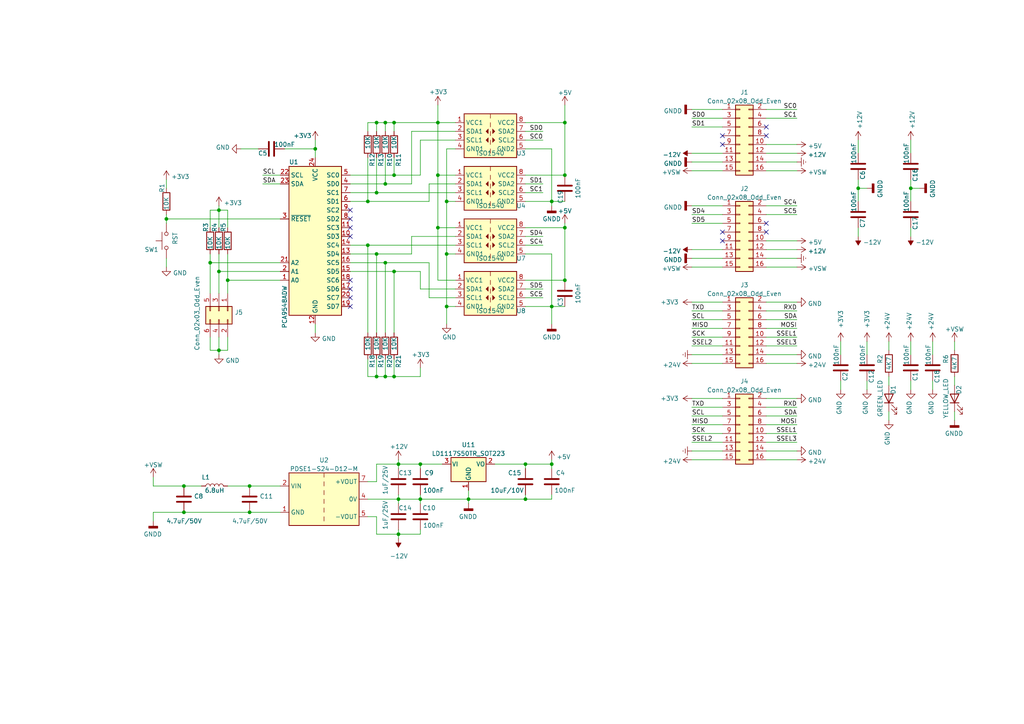
<source format=kicad_sch>
(kicad_sch (version 20211123) (generator eeschema)
  (paper "A4")
  (title_block (title "avert") (date "2023-04-06") (rev "1.0") (company "www.iotvertebrae.com") (comment 1 "Mechanical design: Xavier Pi") (comment 2 "Circuit & PCB design: Jordi Binefa"))
  (lib_symbols
    (symbol "Connector_Generic:Conn_02x03_Odd_Even" (pin_names (offset 1.016) hide)
      (property "Reference" "J" (at 1.27 5.08 0))
      (property "Value" "Conn_02x03_Odd_Even" (at 1.27 -5.08 0))
      (symbol "Conn_02x03_Odd_Even_1_1"
        (pin passive line (at -5.08 2.54 0) (length 3.81) (name "Pin_1") (number "1"))
        (pin passive line (at 7.62 2.54 180) (length 3.81) (name "Pin_2") (number "2"))
        (pin passive line (at -5.08 0 0) (length 3.81) (name "Pin_3") (number "3"))
        (pin passive line (at 7.62 0 180) (length 3.81) (name "Pin_4") (number "4"))
        (pin passive line (at -5.08 -2.54 0) (length 3.81) (name "Pin_5") (number "5"))
        (pin passive line (at 7.62 -2.54 180) (length 3.81) (name "Pin_6") (number "6"))
      )
    )
    (symbol "Connector_Generic:Conn_02x08_Odd_Even" (pin_names (offset 1.016) hide)
      (property "Reference" "J" (at 1.27 10.16 0))
      (property "Value" "Conn_02x08_Odd_Even" (at 1.27 -12.7 0))
      (symbol "Conn_02x08_Odd_Even_1_1"
        (pin passive line (at -5.08 7.62 0) (length 3.81) (name "Pin_1") (number "1"))
        (pin passive line (at 7.62 -2.54 180) (length 3.81) (name "Pin_10") (number "10"))
        (pin passive line (at -5.08 -5.08 0) (length 3.81) (name "Pin_11") (number "11"))
        (pin passive line (at 7.62 -5.08 180) (length 3.81) (name "Pin_12") (number "12"))
        (pin passive line (at -5.08 -7.62 0) (length 3.81) (name "Pin_13") (number "13"))
        (pin passive line (at 7.62 -7.62 180) (length 3.81) (name "Pin_14") (number "14"))
        (pin passive line (at -5.08 -10.16 0) (length 3.81) (name "Pin_15") (number "15"))
        (pin passive line (at 7.62 -10.16 180) (length 3.81) (name "Pin_16") (number "16"))
        (pin passive line (at 7.62 7.62 180) (length 3.81) (name "Pin_2") (number "2"))
        (pin passive line (at -5.08 5.08 0) (length 3.81) (name "Pin_3") (number "3"))
        (pin passive line (at 7.62 5.08 180) (length 3.81) (name "Pin_4") (number "4"))
        (pin passive line (at -5.08 2.54 0) (length 3.81) (name "Pin_5") (number "5"))
        (pin passive line (at 7.62 2.54 180) (length 3.81) (name "Pin_6") (number "6"))
        (pin passive line (at -5.08 0 0) (length 3.81) (name "Pin_7") (number "7"))
        (pin passive line (at 7.62 0 180) (length 3.81) (name "Pin_8") (number "8"))
        (pin passive line (at -5.08 -2.54 0) (length 3.81) (name "Pin_9") (number "9"))
      )
    )
    (symbol "Device:C" (pin_numbers hide) (pin_names (offset 0.254))
      (property "Reference" "C" (at 0.635 2.54 0))
      (property "Value" "C" (at 0.635 -2.54 0))
      (symbol "C_1_1"
        (pin passive line (at 0 3.81 270) (length 2.794) (name "~") (number "1"))
        (pin passive line (at 0 -3.81 90) (length 2.794) (name "~") (number "2"))
      )
    )
    (symbol "Device:L" (pin_numbers hide) (pin_names (offset 1.016) hide)
      (property "Reference" "L" (at -1.27 0 90))
      (property "Value" "L" (at 1.905 0 90))
      (symbol "L_1_1"
        (pin passive line (at 0 3.81 270) (length 1.27) (name "1") (number "1"))
        (pin passive line (at 0 -3.81 90) (length 1.27) (name "2") (number "2"))
      )
    )
    (symbol "Device:LED" (pin_numbers hide) (pin_names (offset 1.016) hide)
      (property "Reference" "D" (at 0 2.54 0))
      (property "Value" "LED" (at 0 -2.54 0))
      (symbol "LED_1_1"
        (pin passive line (at -3.81 0 0) (length 2.54) (name "K") (number "1"))
        (pin passive line (at 3.81 0 180) (length 2.54) (name "A") (number "2"))
      )
    )
    (symbol "Device:R" (pin_numbers hide) (pin_names (offset 0))
      (property "Reference" "R" (at 2.032 0 90))
      (property "Value" "R" (at 0 0 90))
      (symbol "R_1_1"
        (pin passive line (at 0 3.81 270) (length 1.27) (name "~") (number "1"))
        (pin passive line (at 0 -3.81 90) (length 1.27) (name "~") (number "2"))
      )
    )
    (symbol "Interface_Expansion:PCA9548ADW"
      (property "Reference" "U" (at -7.62 21.59 0))
      (property "Value" "PCA9548ADW" (at 1.016 21.59 0))
      (symbol "PCA9548ADW_1_1"
        (pin input line (at -10.16 -12.7 0) (length 2.54) (name "A0") (number "1"))
        (pin bidirectional line (at 10.16 0 180) (length 2.54) (name "SD3") (number "10"))
        (pin output line (at 10.16 2.54 180) (length 2.54) (name "SC3") (number "11"))
        (pin power_in line (at 0 -25.4 90) (length 2.54) (name "GND") (number "12"))
        (pin bidirectional line (at 10.16 -5.08 180) (length 2.54) (name "SD4") (number "13"))
        (pin output line (at 10.16 -2.54 180) (length 2.54) (name "SC4") (number "14"))
        (pin bidirectional line (at 10.16 -10.16 180) (length 2.54) (name "SD5") (number "15"))
        (pin output line (at 10.16 -7.62 180) (length 2.54) (name "SC5") (number "16"))
        (pin bidirectional line (at 10.16 -15.24 180) (length 2.54) (name "SD6") (number "17"))
        (pin output line (at 10.16 -12.7 180) (length 2.54) (name "SC6") (number "18"))
        (pin bidirectional line (at 10.16 -20.32 180) (length 2.54) (name "SD7") (number "19"))
        (pin input line (at -10.16 -10.16 0) (length 2.54) (name "A1") (number "2"))
        (pin output line (at 10.16 -17.78 180) (length 2.54) (name "SC7") (number "20"))
        (pin input line (at -10.16 -7.62 0) (length 2.54) (name "A2") (number "21"))
        (pin input line (at -10.16 17.78 0) (length 2.54) (name "SCL") (number "22"))
        (pin bidirectional line (at -10.16 15.24 0) (length 2.54) (name "SDA") (number "23"))
        (pin power_in line (at 0 22.86 270) (length 2.54) (name "VCC") (number "24"))
        (pin input line (at -10.16 5.08 0) (length 2.54) (name "~{RESET}") (number "3"))
        (pin bidirectional line (at 10.16 15.24 180) (length 2.54) (name "SD0") (number "4"))
        (pin output line (at 10.16 17.78 180) (length 2.54) (name "SC0") (number "5"))
        (pin bidirectional line (at 10.16 10.16 180) (length 2.54) (name "SD1") (number "6"))
        (pin output line (at 10.16 12.7 180) (length 2.54) (name "SC1") (number "7"))
        (pin bidirectional line (at 10.16 5.08 180) (length 2.54) (name "SD2") (number "8"))
        (pin output line (at 10.16 7.62 180) (length 2.54) (name "SC2") (number "9"))
      )
    )
    (symbol "Isolator:ISO1540"
      (property "Reference" "U" (at -6.35 6.35 0))
      (property "Value" "ISO1540" (at 3.81 6.35 0))
      (symbol "ISO1540_1_1"
        (pin power_in line (at -10.16 2.54 0) (length 2.54) (name "VCC1") (number "1"))
        (pin bidirectional line (at -10.16 0 0) (length 2.54) (name "SDA1") (number "2"))
        (pin bidirectional line (at -10.16 -2.54 0) (length 2.54) (name "SCL1") (number "3"))
        (pin power_in line (at -10.16 -5.08 0) (length 2.54) (name "GND1") (number "4"))
        (pin power_in line (at 10.16 -5.08 180) (length 2.54) (name "GND2") (number "5"))
        (pin bidirectional line (at 10.16 -2.54 180) (length 2.54) (name "SCL2") (number "6"))
        (pin bidirectional line (at 10.16 0 180) (length 2.54) (name "SDA2") (number "7"))
        (pin power_in line (at 10.16 2.54 180) (length 2.54) (name "VCC2") (number "8"))
      )
    )
    (symbol "PDSE1-S24-D12-M_1"
      (property "Reference" "U" (at 0 11.43 0))
      (property "Value" "PDSE1-S24-D12-M_1" (at 0 8.89 0))
      (symbol "PDSE1-S24-D12-M_1_1_1"
        (pin power_in line (at -12.7 -3.81 0) (length 2.54) (name "GND") (number "1"))
        (pin no_connect line (at 10.16 2.54 180) (length 2.54) hide (name "NC") (number "10"))
        (pin power_in line (at -12.7 3.81 0) (length 2.54) (name "VIN") (number "2"))
        (pin power_out line (at 12.7 0 180) (length 2.54) (name "0V") (number "4"))
        (pin power_out line (at 12.7 -5.08 180) (length 2.54) (name "-VOUT") (number "5"))
        (pin power_out line (at 12.7 5.08 180) (length 2.54) (name "+VOUT") (number "7"))
      )
    )
    (symbol "Regulator_Linear:LD1117S50TR_SOT223" (pin_names (offset 0.254))
      (property "Reference" "U" (at -3.81 3.175 0))
      (property "Value" "LD1117S50TR_SOT223" (at 0 3.175 0))
      (symbol "LD1117S50TR_SOT223_1_1"
        (pin power_in line (at 0 -7.62 90) (length 2.54) (name "GND") (number "1"))
        (pin power_out line (at 7.62 0 180) (length 2.54) (name "VO") (number "2"))
        (pin power_in line (at -7.62 0 0) (length 2.54) (name "VI") (number "3"))
      )
    )
    (symbol "Switch:SW_Push" (pin_numbers hide) (pin_names (offset 1.016) hide)
      (property "Reference" "SW" (at 1.27 2.54 0))
      (property "Value" "SW_Push" (at 0 -1.524 0))
      (symbol "SW_Push_0_1"
        (pin passive line (at -5.08 0 0) (length 2.54) (name "1") (number "1"))
        (pin passive line (at 5.08 0 180) (length 2.54) (name "2") (number "2"))
      )
    )
    (symbol "power:+12V" (power) (pin_names (offset 0))
      (property "Value" "+12V" (at 0 3.556 0))
      (symbol "+12V_1_1"
        (pin power_in line (at 0 0 90) (length 0) hide (name "+12V") (number "1"))
      )
    )
    (symbol "power:+24V" (power) (pin_names (offset 0))
      (property "Value" "+24V" (at 0 3.556 0))
      (symbol "+24V_1_1"
        (pin power_in line (at 0 0 90) (length 0) hide (name "+24V") (number "1"))
      )
    )
    (symbol "power:+3V3" (power) (pin_names (offset 0))
      (property "Value" "+3V3" (at 0 3.556 0))
      (symbol "+3V3_1_1"
        (pin power_in line (at 0 0 90) (length 0) hide (name "+3V3") (number "1"))
      )
    )
    (symbol "power:+5V" (power) (pin_names (offset 0))
      (property "Value" "+5V" (at 0 3.556 0))
      (symbol "+5V_1_1"
        (pin power_in line (at 0 0 90) (length 0) hide (name "+5V") (number "1"))
      )
    )
    (symbol "power:+VSW" (power) (pin_names (offset 0))
      (property "Value" "+VSW" (at 0 3.556 0))
      (symbol "+VSW_1_1"
        (pin power_in line (at 0 0 90) (length 0) hide (name "+VSW") (number "1"))
      )
    )
    (symbol "power:-12V" (power) (pin_names (offset 0))
      (property "Value" "-12V" (at 0 3.81 0))
      (symbol "-12V_0_0"
        (pin power_in line (at 0 0 90) (length 0) hide (name "-12V") (number "1"))
      )
    )
    (symbol "power:Earth" (power) (pin_names (offset 0))
      (symbol "Earth_1_1"
        (pin power_in line (at 0 0 270) (length 0) hide (name "Earth") (number "1"))
      )
    )
    (symbol "power:GND" (power) (pin_names (offset 0))
      (property "Value" "GND" (at 0 -3.81 0))
      (symbol "GND_1_1"
        (pin power_in line (at 0 0 270) (length 0) hide (name "GND") (number "1"))
      )
    )
    (symbol "power:GNDD" (power) (pin_names (offset 0))
      (property "Value" "GNDD" (at 0 -3.175 0))
      (symbol "GNDD_1_1"
        (pin power_in line (at 0 0 270) (length 0) hide (name "GNDD") (number "1"))
      )
    )
  )
  (junction (at 114.3 78.74))
  (junction (at 114.3 50.8))
  (junction (at 91.44 43.18))
  (junction (at 114.3 109.22))
  (junction (at 63.5 78.74))
  (junction (at 135.89 144.78))
  (junction (at 109.22 55.88))
  (junction (at 163.83 81.28))
  (junction (at 60.96 76.2))
  (junction (at 53.34 148.59))
  (junction (at 129.54 88.9))
  (junction (at 129.54 58.42))
  (junction (at 106.68 58.42))
  (junction (at 114.3 35.56))
  (junction (at 127 35.56))
  (junction (at 121.92 144.78))
  (junction (at 111.76 35.56))
  (junction (at 121.92 134.62))
  (junction (at 163.83 66.04))
  (junction (at 115.57 144.78))
  (junction (at 115.57 154.94))
  (junction (at 72.39 140.97))
  (junction (at 48.26 63.5))
  (junction (at 109.22 35.56))
  (junction (at 106.68 71.12))
  (junction (at 248.92 54.61))
  (junction (at 264.16 54.61))
  (junction (at 63.5 101.6))
  (junction (at 160.02 134.62))
  (junction (at 66.04 81.28))
  (junction (at 160.02 58.42))
  (junction (at 163.83 50.8))
  (junction (at 111.76 76.2))
  (junction (at 109.22 109.22))
  (junction (at 163.83 35.56))
  (junction (at 127 50.8))
  (junction (at 152.4 134.62))
  (junction (at 111.76 109.22))
  (junction (at 109.22 73.66))
  (junction (at 111.76 53.34))
  (junction (at 53.34 140.97))
  (junction (at 129.54 73.66))
  (junction (at 127 66.04))
  (junction (at 115.57 134.62))
  (junction (at 72.39 148.59))
  (junction (at 63.5 60.96))
  (junction (at 160.02 88.9))
  (junction (at 152.4 144.78))
  (no_connect (at 209.55 69.85))
  (no_connect (at 222.25 64.77))
  (no_connect (at 222.25 67.31))
  (no_connect (at 209.55 67.31))
  (no_connect (at 209.55 41.91))
  (no_connect (at 222.25 36.83))
  (no_connect (at 222.25 39.37))
  (no_connect (at 209.55 39.37))
  (no_connect (at 101.6 83.82))
  (no_connect (at 101.6 81.28))
  (no_connect (at 101.6 88.9))
  (no_connect (at 101.6 86.36))
  (no_connect (at 101.6 63.5))
  (no_connect (at 101.6 60.96))
  (no_connect (at 101.6 66.04))
  (no_connect (at 101.6 68.58))
  (wire (pts (xy 127 35.56) (xy 127 50.8)))
  (wire (pts (xy 222.25 77.47) (xy 231.14 77.47)))
  (wire (pts (xy 109.22 55.88) (xy 132.08 55.88)))
  (wire (pts (xy 109.22 109.22) (xy 106.68 109.22)))
  (wire (pts (xy 115.57 154.94) (xy 121.92 154.94)))
  (wire (pts (xy 222.25 133.35) (xy 231.14 133.35)))
  (wire (pts (xy 114.3 109.22) (xy 111.76 109.22)))
  (wire (pts (xy 121.92 144.78) (xy 135.89 144.78)))
  (wire (pts (xy 152.4 71.12) (xy 157.48 71.12)))
  (wire (pts (xy 63.5 59.69) (xy 63.5 60.96)))
  (wire (pts (xy 200.66 95.25) (xy 209.55 95.25)))
  (wire (pts (xy 129.54 88.9) (xy 129.54 73.66)))
  (wire (pts (xy 248.92 54.61) (xy 248.92 58.42)))
  (wire (pts (xy 222.25 62.23) (xy 231.14 62.23)))
  (wire (pts (xy 106.68 109.22) (xy 106.68 104.14)))
  (wire (pts (xy 101.6 71.12) (xy 106.68 71.12)))
  (wire (pts (xy 160.02 43.18) (xy 160.02 58.42)))
  (wire (pts (xy 114.3 78.74) (xy 121.92 78.74)))
  (wire (pts (xy 222.25 123.19) (xy 231.14 123.19)))
  (wire (pts (xy 160.02 88.9) (xy 160.02 93.98)))
  (wire (pts (xy 109.22 35.56) (xy 106.68 35.56)))
  (wire (pts (xy 114.3 35.56) (xy 111.76 35.56)))
  (wire (pts (xy 72.39 148.59) (xy 81.28 148.59)))
  (wire (pts (xy 114.3 50.8) (xy 101.6 50.8)))
  (wire (pts (xy 152.4 55.88) (xy 157.48 55.88)))
  (wire (pts (xy 66.04 60.96) (xy 63.5 60.96)))
  (wire (pts (xy 222.25 49.53) (xy 231.14 49.53)))
  (wire (pts (xy 222.25 120.65) (xy 231.14 120.65)))
  (wire (pts (xy 109.22 45.72) (xy 109.22 55.88)))
  (wire (pts (xy 124.46 86.36) (xy 132.08 86.36)))
  (wire (pts (xy 66.04 140.97) (xy 72.39 140.97)))
  (wire (pts (xy 111.76 53.34) (xy 119.38 53.34)))
  (wire (pts (xy 115.57 153.67) (xy 115.57 154.94)))
  (wire (pts (xy 60.96 73.66) (xy 60.96 76.2)))
  (wire (pts (xy 163.83 35.56) (xy 152.4 35.56)))
  (wire (pts (xy 132.08 35.56) (xy 127 35.56)))
  (wire (pts (xy 101.6 55.88) (xy 109.22 55.88)))
  (wire (pts (xy 200.66 36.83) (xy 209.55 36.83)))
  (wire (pts (xy 160.02 134.62) (xy 160.02 135.89)))
  (wire (pts (xy 251.46 99.06) (xy 251.46 102.87)))
  (wire (pts (xy 101.6 73.66) (xy 109.22 73.66)))
  (wire (pts (xy 200.66 105.41) (xy 209.55 105.41)))
  (wire (pts (xy 152.4 68.58) (xy 157.48 68.58)))
  (wire (pts (xy 222.25 72.39) (xy 231.14 72.39)))
  (wire (pts (xy 109.22 139.7) (xy 109.22 134.62)))
  (wire (pts (xy 200.66 64.77) (xy 209.55 64.77)))
  (wire (pts (xy 248.92 66.04) (xy 248.92 68.58)))
  (wire (pts (xy 264.16 52.07) (xy 264.16 54.61)))
  (wire (pts (xy 76.2 50.8) (xy 81.28 50.8)))
  (wire (pts (xy 121.92 106.68) (xy 121.92 109.22)))
  (wire (pts (xy 160.02 58.42) (xy 163.83 58.42)))
  (wire (pts (xy 91.44 43.18) (xy 91.44 45.72)))
  (wire (pts (xy 63.5 73.66) (xy 63.5 78.74)))
  (wire (pts (xy 124.46 53.34) (xy 132.08 53.34)))
  (wire (pts (xy 264.16 99.06) (xy 264.16 102.87)))
  (wire (pts (xy 152.4 88.9) (xy 160.02 88.9)))
  (wire (pts (xy 222.25 46.99) (xy 231.14 46.99)))
  (wire (pts (xy 109.22 73.66) (xy 109.22 96.52)))
  (wire (pts (xy 222.25 90.17) (xy 231.14 90.17)))
  (wire (pts (xy 63.5 97.79) (xy 63.5 101.6)))
  (wire (pts (xy 129.54 88.9) (xy 129.54 93.98)))
  (wire (pts (xy 101.6 76.2) (xy 111.76 76.2)))
  (wire (pts (xy 222.25 97.79) (xy 231.14 97.79)))
  (wire (pts (xy 129.54 58.42) (xy 129.54 43.18)))
  (wire (pts (xy 111.76 45.72) (xy 111.76 53.34)))
  (wire (pts (xy 152.4 73.66) (xy 160.02 73.66)))
  (wire (pts (xy 115.57 143.51) (xy 115.57 144.78)))
  (wire (pts (xy 143.51 134.62) (xy 152.4 134.62)))
  (wire (pts (xy 257.81 109.22) (xy 257.81 111.76)))
  (wire (pts (xy 60.96 60.96) (xy 63.5 60.96)))
  (wire (pts (xy 114.3 45.72) (xy 114.3 50.8)))
  (wire (pts (xy 60.96 97.79) (xy 60.96 101.6)))
  (wire (pts (xy 127 50.8) (xy 127 66.04)))
  (wire (pts (xy 101.6 53.34) (xy 111.76 53.34)))
  (wire (pts (xy 109.22 154.94) (xy 109.22 149.86)))
  (wire (pts (xy 276.86 109.22) (xy 276.86 111.76)))
  (wire (pts (xy 106.68 35.56) (xy 106.68 38.1)))
  (wire (pts (xy 53.34 140.97) (xy 58.42 140.97)))
  (wire (pts (xy 222.25 102.87) (xy 231.14 102.87)))
  (wire (pts (xy 109.22 35.56) (xy 109.22 38.1)))
  (wire (pts (xy 53.34 148.59) (xy 72.39 148.59)))
  (wire (pts (xy 127 66.04) (xy 127 81.28)))
  (wire (pts (xy 222.25 34.29) (xy 231.14 34.29)))
  (wire (pts (xy 76.2 53.34) (xy 81.28 53.34)))
  (wire (pts (xy 152.4 58.42) (xy 160.02 58.42)))
  (wire (pts (xy 115.57 134.62) (xy 121.92 134.62)))
  (wire (pts (xy 135.89 144.78) (xy 135.89 146.05)))
  (wire (pts (xy 163.83 35.56) (xy 163.83 50.8)))
  (wire (pts (xy 200.66 77.47) (xy 209.55 77.47)))
  (wire (pts (xy 152.4 83.82) (xy 157.48 83.82)))
  (wire (pts (xy 222.25 92.71) (xy 231.14 92.71)))
  (wire (pts (xy 48.26 63.5) (xy 81.28 63.5)))
  (wire (pts (xy 251.46 110.49) (xy 251.46 113.03)))
  (wire (pts (xy 60.96 66.04) (xy 60.96 60.96)))
  (wire (pts (xy 200.66 92.71) (xy 209.55 92.71)))
  (wire (pts (xy 163.83 64.77) (xy 163.83 66.04)))
  (wire (pts (xy 111.76 109.22) (xy 109.22 109.22)))
  (wire (pts (xy 222.25 95.25) (xy 231.14 95.25)))
  (wire (pts (xy 48.26 52.07) (xy 48.26 54.61)))
  (wire (pts (xy 111.76 35.56) (xy 111.76 38.1)))
  (wire (pts (xy 200.66 87.63) (xy 209.55 87.63)))
  (wire (pts (xy 264.16 54.61) (xy 266.7 54.61)))
  (wire (pts (xy 111.76 104.14) (xy 111.76 109.22)))
  (wire (pts (xy 121.92 50.8) (xy 114.3 50.8)))
  (wire (pts (xy 115.57 144.78) (xy 115.57 146.05)))
  (wire (pts (xy 44.45 148.59) (xy 44.45 151.13)))
  (wire (pts (xy 121.92 154.94) (xy 121.92 153.67)))
  (wire (pts (xy 264.16 40.64) (xy 264.16 44.45)))
  (wire (pts (xy 74.93 43.18) (xy 69.85 43.18)))
  (wire (pts (xy 152.4 38.1) (xy 157.48 38.1)))
  (wire (pts (xy 114.3 35.56) (xy 114.3 38.1)))
  (wire (pts (xy 135.89 142.24) (xy 135.89 144.78)))
  (wire (pts (xy 160.02 88.9) (xy 163.83 88.9)))
  (wire (pts (xy 222.25 74.93) (xy 231.14 74.93)))
  (wire (pts (xy 270.51 99.06) (xy 270.51 102.87)))
  (wire (pts (xy 48.26 63.5) (xy 48.26 64.77)))
  (wire (pts (xy 127 30.48) (xy 127 35.56)))
  (wire (pts (xy 91.44 93.98) (xy 91.44 96.52)))
  (wire (pts (xy 222.25 105.41) (xy 231.14 105.41)))
  (wire (pts (xy 106.68 58.42) (xy 124.46 58.42)))
  (wire (pts (xy 270.51 110.49) (xy 270.51 113.03)))
  (wire (pts (xy 109.22 104.14) (xy 109.22 109.22)))
  (wire (pts (xy 222.25 31.75) (xy 231.14 31.75)))
  (wire (pts (xy 63.5 60.96) (xy 63.5 66.04)))
  (wire (pts (xy 66.04 73.66) (xy 66.04 81.28)))
  (wire (pts (xy 200.66 46.99) (xy 209.55 46.99)))
  (wire (pts (xy 200.66 72.39) (xy 209.55 72.39)))
  (wire (pts (xy 222.25 128.27) (xy 231.14 128.27)))
  (wire (pts (xy 264.16 66.04) (xy 264.16 68.58)))
  (wire (pts (xy 152.4 134.62) (xy 152.4 135.89)))
  (wire (pts (xy 257.81 119.38) (xy 257.81 121.92)))
  (wire (pts (xy 222.25 125.73) (xy 231.14 125.73)))
  (wire (pts (xy 200.66 31.75) (xy 209.55 31.75)))
  (wire (pts (xy 152.4 86.36) (xy 157.48 86.36)))
  (wire (pts (xy 160.02 143.51) (xy 160.02 144.78)))
  (wire (pts (xy 152.4 40.64) (xy 157.48 40.64)))
  (wire (pts (xy 276.86 99.06) (xy 276.86 101.6)))
  (wire (pts (xy 124.46 58.42) (xy 124.46 53.34)))
  (wire (pts (xy 119.38 68.58) (xy 119.38 73.66)))
  (wire (pts (xy 114.3 109.22) (xy 121.92 109.22)))
  (wire (pts (xy 115.57 154.94) (xy 115.57 156.21)))
  (wire (pts (xy 115.57 134.62) (xy 115.57 135.89)))
  (wire (pts (xy 121.92 134.62) (xy 121.92 135.89)))
  (wire (pts (xy 222.25 87.63) (xy 231.14 87.63)))
  (wire (pts (xy 248.92 52.07) (xy 248.92 54.61)))
  (wire (pts (xy 200.66 90.17) (xy 209.55 90.17)))
  (wire (pts (xy 257.81 99.06) (xy 257.81 101.6)))
  (wire (pts (xy 129.54 58.42) (xy 132.08 58.42)))
  (wire (pts (xy 48.26 74.93) (xy 48.26 77.47)))
  (wire (pts (xy 66.04 97.79) (xy 66.04 101.6)))
  (wire (pts (xy 129.54 73.66) (xy 132.08 73.66)))
  (wire (pts (xy 200.66 100.33) (xy 209.55 100.33)))
  (wire (pts (xy 200.66 44.45) (xy 209.55 44.45)))
  (wire (pts (xy 119.38 68.58) (xy 132.08 68.58)))
  (wire (pts (xy 152.4 43.18) (xy 160.02 43.18)))
  (wire (pts (xy 160.02 133.35) (xy 160.02 134.62)))
  (wire (pts (xy 109.22 73.66) (xy 119.38 73.66)))
  (wire (pts (xy 60.96 76.2) (xy 60.96 85.09)))
  (wire (pts (xy 200.66 123.19) (xy 209.55 123.19)))
  (wire (pts (xy 114.3 78.74) (xy 114.3 96.52)))
  (wire (pts (xy 200.66 62.23) (xy 209.55 62.23)))
  (wire (pts (xy 160.02 73.66) (xy 160.02 88.9)))
  (wire (pts (xy 127 35.56) (xy 114.3 35.56)))
  (wire (pts (xy 72.39 140.97) (xy 81.28 140.97)))
  (wire (pts (xy 200.66 49.53) (xy 209.55 49.53)))
  (wire (pts (xy 63.5 78.74) (xy 63.5 85.09)))
  (wire (pts (xy 66.04 101.6) (xy 63.5 101.6)))
  (wire (pts (xy 129.54 43.18) (xy 132.08 43.18)))
  (wire (pts (xy 200.66 120.65) (xy 209.55 120.65)))
  (wire (pts (xy 200.66 133.35) (xy 209.55 133.35)))
  (wire (pts (xy 152.4 143.51) (xy 152.4 144.78)))
  (wire (pts (xy 91.44 40.64) (xy 91.44 43.18)))
  (wire (pts (xy 124.46 76.2) (xy 124.46 86.36)))
  (wire (pts (xy 200.66 115.57) (xy 209.55 115.57)))
  (wire (pts (xy 106.68 71.12) (xy 132.08 71.12)))
  (wire (pts (xy 121.92 144.78) (xy 121.92 146.05)))
  (wire (pts (xy 200.66 130.81) (xy 209.55 130.81)))
  (wire (pts (xy 44.45 148.59) (xy 53.34 148.59)))
  (wire (pts (xy 264.16 110.49) (xy 264.16 113.03)))
  (wire (pts (xy 60.96 101.6) (xy 63.5 101.6)))
  (wire (pts (xy 127 66.04) (xy 132.08 66.04)))
  (wire (pts (xy 106.68 71.12) (xy 106.68 96.52)))
  (wire (pts (xy 109.22 134.62) (xy 115.57 134.62)))
  (wire (pts (xy 152.4 66.04) (xy 163.83 66.04)))
  (wire (pts (xy 222.25 115.57) (xy 231.14 115.57)))
  (wire (pts (xy 63.5 78.74) (xy 81.28 78.74)))
  (wire (pts (xy 60.96 76.2) (xy 81.28 76.2)))
  (wire (pts (xy 121.92 40.64) (xy 132.08 40.64)))
  (wire (pts (xy 111.76 76.2) (xy 124.46 76.2)))
  (wire (pts (xy 200.66 97.79) (xy 209.55 97.79)))
  (wire (pts (xy 163.83 66.04) (xy 163.83 81.28)))
  (wire (pts (xy 121.92 134.62) (xy 128.27 134.62)))
  (wire (pts (xy 200.66 74.93) (xy 209.55 74.93)))
  (wire (pts (xy 200.66 118.11) (xy 209.55 118.11)))
  (wire (pts (xy 160.02 58.42) (xy 160.02 59.69)))
  (wire (pts (xy 66.04 81.28) (xy 81.28 81.28)))
  (wire (pts (xy 222.25 130.81) (xy 231.14 130.81)))
  (wire (pts (xy 222.25 59.69) (xy 231.14 59.69)))
  (wire (pts (xy 121.92 83.82) (xy 132.08 83.82)))
  (wire (pts (xy 163.83 30.48) (xy 163.83 35.56)))
  (wire (pts (xy 106.68 144.78) (xy 115.57 144.78)))
  (wire (pts (xy 109.22 149.86) (xy 106.68 149.86)))
  (wire (pts (xy 121.92 78.74) (xy 121.92 83.82)))
  (wire (pts (xy 115.57 133.35) (xy 115.57 134.62)))
  (wire (pts (xy 152.4 50.8) (xy 163.83 50.8)))
  (wire (pts (xy 82.55 43.18) (xy 91.44 43.18)))
  (wire (pts (xy 222.25 118.11) (xy 231.14 118.11)))
  (wire (pts (xy 127 50.8) (xy 132.08 50.8)))
  (wire (pts (xy 222.25 44.45) (xy 231.14 44.45)))
  (wire (pts (xy 121.92 143.51) (xy 121.92 144.78)))
  (wire (pts (xy 200.66 125.73) (xy 209.55 125.73)))
  (wire (pts (xy 264.16 54.61) (xy 264.16 58.42)))
  (wire (pts (xy 129.54 73.66) (xy 129.54 58.42)))
  (wire (pts (xy 152.4 81.28) (xy 163.83 81.28)))
  (wire (pts (xy 121.92 40.64) (xy 121.92 50.8)))
  (wire (pts (xy 276.86 119.38) (xy 276.86 121.92)))
  (wire (pts (xy 115.57 144.78) (xy 121.92 144.78)))
  (wire (pts (xy 222.25 100.33) (xy 231.14 100.33)))
  (wire (pts (xy 101.6 58.42) (xy 106.68 58.42)))
  (wire (pts (xy 66.04 81.28) (xy 66.04 85.09)))
  (wire (pts (xy 115.57 154.94) (xy 109.22 154.94)))
  (wire (pts (xy 152.4 53.34) (xy 157.48 53.34)))
  (wire (pts (xy 119.38 53.34) (xy 119.38 38.1)))
  (wire (pts (xy 222.25 41.91) (xy 231.14 41.91)))
  (wire (pts (xy 222.25 69.85) (xy 231.14 69.85)))
  (wire (pts (xy 135.89 144.78) (xy 152.4 144.78)))
  (wire (pts (xy 200.66 102.87) (xy 209.55 102.87)))
  (wire (pts (xy 248.92 40.64) (xy 248.92 44.45)))
  (wire (pts (xy 152.4 134.62) (xy 160.02 134.62)))
  (wire (pts (xy 106.68 139.7) (xy 109.22 139.7)))
  (wire (pts (xy 48.26 62.23) (xy 48.26 63.5)))
  (wire (pts (xy 111.76 76.2) (xy 111.76 96.52)))
  (wire (pts (xy 44.45 140.97) (xy 44.45 138.43)))
  (wire (pts (xy 132.08 88.9) (xy 129.54 88.9)))
  (wire (pts (xy 111.76 35.56) (xy 109.22 35.56)))
  (wire (pts (xy 200.66 34.29) (xy 209.55 34.29)))
  (wire (pts (xy 200.66 128.27) (xy 209.55 128.27)))
  (wire (pts (xy 243.84 110.49) (xy 243.84 113.03)))
  (wire (pts (xy 114.3 104.14) (xy 114.3 109.22)))
  (wire (pts (xy 248.92 54.61) (xy 251.46 54.61)))
  (wire (pts (xy 152.4 144.78) (xy 160.02 144.78)))
  (wire (pts (xy 101.6 78.74) (xy 114.3 78.74)))
  (wire (pts (xy 44.45 140.97) (xy 53.34 140.97)))
  (wire (pts (xy 66.04 66.04) (xy 66.04 60.96)))
  (wire (pts (xy 243.84 99.06) (xy 243.84 102.87)))
  (wire (pts (xy 119.38 38.1) (xy 132.08 38.1)))
  (wire (pts (xy 127 81.28) (xy 132.08 81.28)))
  (wire (pts (xy 200.66 59.69) (xy 209.55 59.69)))
  (wire (pts (xy 63.5 101.6) (xy 63.5 102.87)))
  (wire (pts (xy 106.68 45.72) (xy 106.68 58.42)))
  (label "SD0" (at 157.48 38.1 180))
  (label "SC4" (at 157.48 71.12 180))
  (label "SCL" (at 200.66 92.71 0))
  (label "SDA" (at 231.14 120.65 180))
  (label "SSEL3" (at 231.14 100.33 180))
  (label "SD1" (at 200.66 36.83 0))
  (label "RXD" (at 231.14 118.11 180))
  (label "SD5" (at 157.48 83.82 180))
  (label "SSEL3" (at 231.14 128.27 180))
  (label "SC0" (at 231.14 31.75 180))
  (label "SSEL1" (at 231.14 97.79 180))
  (label "SSEL2" (at 200.66 100.33 0))
  (label "SCL" (at 76.2 50.8 0))
  (label "SD4" (at 157.48 68.58 180))
  (label "SCK" (at 200.66 125.73 0))
  (label "SC1" (at 231.14 34.29 180))
  (label "SC5" (at 231.14 62.23 180))
  (label "MISO" (at 200.66 123.19 0))
  (label "SD0" (at 200.66 34.29 0))
  (label "SD4" (at 200.66 62.23 0))
  (label "SSEL2" (at 200.66 128.27 0))
  (label "SC1" (at 157.48 55.88 180))
  (label "SDA" (at 231.14 92.71 180))
  (label "TXD" (at 200.66 118.11 0))
  (label "SCL" (at 200.66 120.65 0))
  (label "MOSI" (at 231.14 95.25 180))
  (label "TXD" (at 200.66 90.17 0))
  (label "SD5" (at 200.66 64.77 0))
  (label "RXD" (at 231.14 90.17 180))
  (label "SC5" (at 157.48 86.36 180))
  (label "MISO" (at 200.66 95.25 0))
  (label "SD1" (at 157.48 53.34 180))
  (label "SCK" (at 200.66 97.79 0))
  (label "SDA" (at 76.2 53.34 0))
  (label "SC0" (at 157.48 40.64 180))
  (label "MOSI" (at 231.14 123.19 180))
  (label "SC4" (at 231.14 59.69 180))
  (label "SSEL1" (at 231.14 125.73 180))
  (symbol (lib_id "Device:R") (at 109.22 100.33 180) (unit 1)
    (property "Reference" "R19" (at 110.49 102.87 90) (effects (justify left)))
    (property "Value" "10K" (at 109.22 97.79 90) (effects (justify left)))
    (property "Footprint" "Resistor_SMD:R_0805_2012Metric_Pad1.20x1.40mm_HandSolder" (effects hide))
  )
  (symbol (lib_id "Device:R") (at 106.68 100.33 180) (unit 1)
    (property "Reference" "R18" (at 107.95 102.87 90) (effects (justify left)))
    (property "Value" "10K" (at 106.68 97.79 90) (effects (justify left)))
    (property "Footprint" "Resistor_SMD:R_0805_2012Metric_Pad1.20x1.40mm_HandSolder" (effects hide))
  )
  (symbol (lib_id "Device:LED") (at 276.86 115.57 90) (unit 1)
    (property "Reference" "D2" (at 278.13 113.03 0))
    (property "Value" "YELLOW_LED" (at 274.32 115.57 0))
    (property "Footprint" "LED_SMD:LED_1206_3216Metric_Pad1.42x1.75mm_HandSolder" (effects hide))
  )
  (symbol (lib_id "power:+5V") (at 160.02 133.35 0) (unit 1)
    (property "Reference" "#PWR0161" (effects hide))
    (property "Value" "+5V" (at 161.417 132.5138 0) (effects (justify left)))
  )
  (symbol (lib_id "power:GNDD") (at 200.66 31.75 270) (unit 1)
    (property "Reference" "#PWR0133" (effects hide))
    (property "Value" "GNDD" (at 197.8661 32.1838 90) (effects (justify right)))
  )
  (symbol (lib_id "power:+24V") (at 200.66 105.41 90) (unit 1)
    (property "Reference" "#PWR0156" (effects hide))
    (property "Value" "+24V" (at 197.485 105.8438 90) (effects (justify left)))
  )
  (symbol (lib_id "Device:R") (at 276.86 105.41 0) (unit 1)
    (property "Reference" "R6" (at 274.32 104.14 90))
    (property "Value" "4K7" (at 276.86 105.41 90))
    (property "Footprint" "Resistor_SMD:R_0805_2012Metric_Pad1.20x1.40mm_HandSolder" (effects hide))
  )
  (symbol (lib_id "power:+VSW") (at 200.66 49.53 90) (unit 1)
    (property "Reference" "#PWR0132" (effects hide))
    (property "Value" "+VSW" (at 197.4851 49.9638 90) (effects (justify left)))
  )
  (symbol (lib_id "power:+VSW") (at 231.14 49.53 270) (unit 1)
    (property "Reference" "#PWR0144" (effects hide))
    (property "Value" "+VSW" (at 234.315 49.9638 90) (effects (justify left)))
  )
  (symbol (lib_id "Device:C") (at 78.74 43.18 270) (unit 1)
    (property "Reference" "C5" (at 76.2 44.45 90))
    (property "Value" "100nF" (at 82.55 41.91 90))
    (property "Footprint" "Capacitor_SMD:C_0805_2012Metric_Pad1.18x1.45mm_HandSolder" (effects hide))
  )
  (symbol (lib_id "power:GNDD") (at 200.66 46.99 270) (unit 1)
    (property "Reference" "#PWR0139" (effects hide))
    (property "Value" "GNDD" (at 197.8661 47.4238 90) (effects (justify right)))
  )
  (symbol (lib_id "power:GND") (at 257.81 121.92 0) (unit 1)
    (property "Reference" "#PWR0118" (effects hide))
    (property "Value" "GND" (at 257.3762 125.095 90) (effects (justify right)))
  )
  (symbol (lib_id "power:+5V") (at 163.83 64.77 0) (unit 1)
    (property "Reference" "#PWR0109" (effects hide))
    (property "Value" "+5V" (at 163.83 61.1942 0))
  )
  (symbol (lib_id "power:GNDD") (at 266.7 54.61 90) (unit 1)
    (property "Reference" "#PWR07" (effects hide))
    (property "Value" "GNDD" (at 270.51 52.07 0) (effects (justify right)))
  )
  (symbol (lib_id "power:+5V") (at 231.14 69.85 270) (unit 1)
    (property "Reference" "#PWR0148" (effects hide))
    (property "Value" "+5V" (at 234.315 70.2838 90) (effects (justify left)))
  )
  (symbol (lib_id "Connector_Generic:Conn_02x08_Odd_Even") (at 214.63 123.19 0) (unit 1)
    (property "Reference" "J4" (at 215.9 110.6002 0))
    (property "Value" "Conn_02x08_Odd_Even" (at 215.9 113.1371 0))
    (property "Footprint" "Connector_PinHeader_2.54mm:PinHeader_2x08_P2.54mm_Vertical" (effects hide))
  )
  (symbol (lib_id "power:+12V") (at 264.16 40.64 0) (unit 1)
    (property "Reference" "#PWR05" (effects hide))
    (property "Value" "+12V" (at 264.5938 37.465 90) (effects (justify left)))
  )
  (symbol (lib_id "power:Earth") (at 200.66 102.87 270) (unit 1)
    (property "Reference" "#PWR0137" (effects hide))
    (property "Value" "Earth" (effects hide))
  )
  (symbol (lib_id "Device:C") (at 121.92 149.86 0) (unit 1)
    (property "Reference" "C10" (at 124.46 147.32 0))
    (property "Value" "100nF" (at 125.73 152.4 0))
    (property "Footprint" "Capacitor_SMD:C_0805_2012Metric_Pad1.18x1.45mm_HandSolder" (effects hide))
  )
  (symbol (lib_id "Device:R") (at 257.81 105.41 0) (unit 1)
    (property "Reference" "R2" (at 255.27 104.14 90))
    (property "Value" "4K7" (at 257.81 105.41 90))
    (property "Footprint" "Resistor_SMD:R_0805_2012Metric_Pad1.20x1.40mm_HandSolder" (effects hide))
  )
  (symbol (lib_name "PDSE1-S24-D12-M_1") (lib_id "ecat02_Library:PDSE1-S24-D12-M") (at 93.98 144.78 0) (unit 1)
    (property "Reference" "U2" (at 93.98 133.4602 0))
    (property "Value" "PDSE1-S24-D12-M" (at 93.98 135.9971 0))
    (property "Footprint" "Cui_Converter_DCDC:PDESE1-S24-D12-M" (effects hide))
    (property "Datasheet" "https://www.cui.com/product/resource/pdse1-m.pdf" (effects hide))
  )
  (symbol (lib_id "power:GND") (at 48.26 77.47 0) (unit 1)
    (property "Reference" "#PWR0102" (effects hide))
    (property "Value" "GND" (at 50.165 79.1738 0) (effects (justify left)))
  )
  (symbol (lib_id "power:GND") (at 231.14 130.81 90) (unit 1)
    (property "Reference" "#PWR0154" (effects hide))
    (property "Value" "GND" (at 234.315 131.2438 90) (effects (justify right)))
  )
  (symbol (lib_id "power:-12V") (at 248.92 68.58 180) (unit 1)
    (property "Reference" "#PWR0121" (effects hide))
    (property "Value" "-12V" (at 250.317 70.2838 0) (effects (justify right)))
  )
  (symbol (lib_id "power:GND") (at 231.14 102.87 90) (unit 1)
    (property "Reference" "#PWR0136" (effects hide))
    (property "Value" "GND" (at 234.315 103.3038 90) (effects (justify right)))
  )
  (symbol (lib_id "power:GND") (at 129.54 93.98 0) (unit 1)
    (property "Reference" "#PWR02" (effects hide))
    (property "Value" "GND" (at 128.27 97.79 0) (effects (justify left)))
  )
  (symbol (lib_id "Isolator:ISO1540") (at 142.24 53.34 0) (unit 1)
    (property "Reference" "U4" (at 151.13 59.69 0))
    (property "Value" "ISO1540" (at 142.24 59.69 0))
    (property "Footprint" "Package_SO:SOIC-8_3.9x4.9mm_P1.27mm" (effects hide))
    (property "Datasheet" "http://www.ti.com/lit/ds/symlink/iso1541.pdf" (effects hide))
  )
  (symbol (lib_id "power:GND") (at 69.85 43.18 270) (unit 1)
    (property "Reference" "#PWR0106" (effects hide))
    (property "Value" "GND" (at 66.675 42.7462 90) (effects (justify right)))
  )
  (symbol (lib_id "power:GND") (at 270.51 113.03 0) (unit 1)
    (property "Reference" "#PWR09" (effects hide))
    (property "Value" "GND" (at 270.0762 116.205 90) (effects (justify right)))
  )
  (symbol (lib_id "power:GNDD") (at 200.66 59.69 270) (unit 1)
    (property "Reference" "#PWR0138" (effects hide))
    (property "Value" "GNDD" (at 197.8661 60.1238 90) (effects (justify right)))
  )
  (symbol (lib_id "power:GND") (at 231.14 115.57 90) (unit 1)
    (property "Reference" "#PWR0152" (effects hide))
    (property "Value" "GND" (at 234.315 116.0038 90) (effects (justify right)))
  )
  (symbol (lib_id "power:+24V") (at 231.14 105.41 270) (unit 1)
    (property "Reference" "#PWR0153" (effects hide))
    (property "Value" "+24V" (at 234.315 105.8438 90) (effects (justify left)))
  )
  (symbol (lib_id "Device:C") (at 152.4 139.7 0) (unit 1)
    (property "Reference" "C15" (at 147.32 137.16 0) (effects (justify left)))
    (property "Value" "10uF/10V" (at 142.24 142.24 0) (effects (justify left)))
    (property "Footprint" "Capacitor_SMD:C_0805_2012Metric_Pad1.18x1.45mm_HandSolder" (effects hide))
  )
  (symbol (lib_id "power:+VSW") (at 276.86 99.06 0) (unit 1)
    (property "Reference" "#PWR013" (effects hide))
    (property "Value" "+VSW" (at 276.86 95.4842 0))
  )
  (symbol (lib_id "Device:C") (at 251.46 106.68 0) (unit 1)
    (property "Reference" "C12" (at 252.73 109.22 90))
    (property "Value" "100nF" (at 250.19 102.87 90))
    (property "Footprint" "Capacitor_SMD:C_0805_2012Metric_Pad1.18x1.45mm_HandSolder" (effects hide))
  )
  (symbol (lib_id "Device:C") (at 121.92 139.7 0) (unit 1)
    (property "Reference" "C9" (at 124.46 137.16 0))
    (property "Value" "100nF" (at 125.73 142.24 0))
    (property "Footprint" "Capacitor_SMD:C_0805_2012Metric_Pad1.18x1.45mm_HandSolder" (effects hide))
  )
  (symbol (lib_id "power:+12V") (at 115.57 133.35 0) (unit 1)
    (property "Reference" "#PWR0126" (effects hide))
    (property "Value" "+12V" (at 113.03 129.54 0) (effects (justify left)))
  )
  (symbol (lib_id "Device:LED") (at 257.81 115.57 90) (unit 1)
    (property "Reference" "D1" (at 259.08 113.03 0))
    (property "Value" "GREEN_LED" (at 255.27 115.57 0))
    (property "Footprint" "LED_SMD:LED_1206_3216Metric_Pad1.42x1.75mm_HandSolder" (effects hide))
  )
  (symbol (lib_id "power:Earth") (at 200.66 130.81 270) (unit 1)
    (property "Reference" "#PWR0158" (effects hide))
    (property "Value" "Earth" (effects hide))
  )
  (symbol (lib_id "Device:C") (at 243.84 106.68 0) (unit 1)
    (property "Reference" "C2" (at 245.11 109.22 90))
    (property "Value" "100nF" (at 242.57 102.87 90))
    (property "Footprint" "Capacitor_SMD:C_0805_2012Metric_Pad1.18x1.45mm_HandSolder" (effects hide))
  )
  (symbol (lib_id "Device:R") (at 111.76 41.91 180) (unit 1)
    (property "Reference" "R10" (at 113.03 44.45 90) (effects (justify left)))
    (property "Value" "10K" (at 111.76 39.37 90) (effects (justify left)))
    (property "Footprint" "Resistor_SMD:R_0805_2012Metric_Pad1.20x1.40mm_HandSolder" (effects hide))
  )
  (symbol (lib_id "Device:C") (at 264.16 62.23 0) (unit 1)
    (property "Reference" "C17" (at 265.43 64.77 90))
    (property "Value" "100nF" (at 262.89 58.42 90))
    (property "Footprint" "Capacitor_SMD:C_0805_2012Metric_Pad1.18x1.45mm_HandSolder" (effects hide))
  )
  (symbol (lib_id "power:GNDD") (at 160.02 59.69 0) (unit 1)
    (property "Reference" "#PWR0107" (effects hide))
    (property "Value" "GNDD" (at 160.02 63.5 0))
  )
  (symbol (lib_id "power:+12V") (at 231.14 72.39 270) (unit 1)
    (property "Reference" "#PWR0150" (effects hide))
    (property "Value" "+12V" (at 234.315 72.8238 90) (effects (justify left)))
  )
  (symbol (lib_id "Device:R") (at 109.22 41.91 180) (unit 1)
    (property "Reference" "R13" (at 110.49 44.45 90) (effects (justify left)))
    (property "Value" "10K" (at 109.22 39.37 90) (effects (justify left)))
    (property "Footprint" "Resistor_SMD:R_0805_2012Metric_Pad1.20x1.40mm_HandSolder" (effects hide))
  )
  (symbol (lib_id "power:+3V3") (at 127 30.48 0) (unit 1)
    (property "Reference" "#PWR0130" (effects hide))
    (property "Value" "+3V3" (at 124.46 26.67 0) (effects (justify left)))
  )
  (symbol (lib_id "Device:C") (at 115.57 149.86 0) (unit 1)
    (property "Reference" "C14" (at 115.57 147.32 0) (effects (justify left)))
    (property "Value" "1uF/25V" (at 111.76 153.67 90) (effects (justify left)))
    (property "Footprint" "Capacitor_SMD:C_0805_2012Metric_Pad1.18x1.45mm_HandSolder" (effects hide))
  )
  (symbol (lib_id "power:GND") (at 91.44 96.52 0) (unit 1)
    (property "Reference" "#PWR0104" (effects hide))
    (property "Value" "GND" (at 93.345 98.2238 0) (effects (justify left)))
  )
  (symbol (lib_id "Connector_Generic:Conn_02x08_Odd_Even") (at 214.63 39.37 0) (unit 1)
    (property "Reference" "J1" (at 215.9 26.7802 0))
    (property "Value" "Conn_02x08_Odd_Even" (at 215.9 29.3171 0))
    (property "Footprint" "Connector_PinHeader_2.54mm:PinHeader_2x08_P2.54mm_Vertical" (effects hide))
  )
  (symbol (lib_id "power:+3V3") (at 251.46 99.06 0) (unit 1)
    (property "Reference" "#PWR012" (effects hide))
    (property "Value" "+3V3" (at 251.46 95.25 90) (effects (justify left)))
  )
  (symbol (lib_id "power:+24V") (at 257.81 99.06 0) (unit 1)
    (property "Reference" "#PWR0116" (effects hide))
    (property "Value" "+24V" (at 257.3762 95.885 90) (effects (justify left)))
  )
  (symbol (lib_id "Device:R") (at 106.68 41.91 180) (unit 1)
    (property "Reference" "R12" (at 107.95 44.45 90) (effects (justify left)))
    (property "Value" "10K" (at 106.68 39.37 90) (effects (justify left)))
    (property "Footprint" "Resistor_SMD:R_0805_2012Metric_Pad1.20x1.40mm_HandSolder" (effects hide))
  )
  (symbol (lib_id "power:+VSW") (at 44.45 138.43 0) (unit 1)
    (property "Reference" "#PWR0122" (effects hide))
    (property "Value" "+VSW" (at 44.45 134.8542 0))
  )
  (symbol (lib_id "Isolator:ISO1540") (at 142.24 68.58 0) (unit 1)
    (property "Reference" "U7" (at 151.13 74.93 0))
    (property "Value" "ISO1540" (at 142.24 74.93 0))
    (property "Footprint" "Package_SO:SOIC-8_3.9x4.9mm_P1.27mm" (effects hide))
    (property "Datasheet" "http://www.ti.com/lit/ds/symlink/iso1541.pdf" (effects hide))
  )
  (symbol (lib_id "Device:R") (at 66.04 69.85 0) (unit 1)
    (property "Reference" "R5" (at 64.77 67.31 90) (effects (justify left)))
    (property "Value" "10K" (at 66.04 72.39 90) (effects (justify left)))
    (property "Footprint" "Resistor_SMD:R_0805_2012Metric_Pad1.20x1.40mm_HandSolder" (effects hide))
  )
  (symbol (lib_id "Device:R") (at 114.3 100.33 180) (unit 1)
    (property "Reference" "R21" (at 115.57 102.87 90) (effects (justify left)))
    (property "Value" "10K" (at 114.3 97.79 90) (effects (justify left)))
    (property "Footprint" "Resistor_SMD:R_0805_2012Metric_Pad1.20x1.40mm_HandSolder" (effects hide))
  )
  (symbol (lib_id "power:GNDD") (at 44.45 151.13 0) (unit 1)
    (property "Reference" "#PWR0128" (effects hide))
    (property "Value" "GNDD" (at 46.99 154.94 0) (effects (justify right)))
  )
  (symbol (lib_id "power:GND") (at 231.14 87.63 90) (unit 1)
    (property "Reference" "#PWR0135" (effects hide))
    (property "Value" "GND" (at 234.315 88.0638 90) (effects (justify right)))
  )
  (symbol (lib_id "Device:C") (at 248.92 48.26 0) (unit 1)
    (property "Reference" "C6" (at 250.19 50.8 90))
    (property "Value" "100nF" (at 247.65 44.45 90))
    (property "Footprint" "Capacitor_SMD:C_0805_2012Metric_Pad1.18x1.45mm_HandSolder" (effects hide))
  )
  (symbol (lib_id "power:GNDD") (at 200.66 74.93 270) (unit 1)
    (property "Reference" "#PWR0146" (effects hide))
    (property "Value" "GNDD" (at 197.8661 75.3638 90) (effects (justify right)))
  )
  (symbol (lib_id "Device:C") (at 160.02 139.7 0) (unit 1)
    (property "Reference" "C4" (at 162.56 137.16 0))
    (property "Value" "100nF" (at 163.83 142.24 0))
    (property "Footprint" "Capacitor_SMD:C_0805_2012Metric_Pad1.18x1.45mm_HandSolder" (effects hide))
  )
  (symbol (lib_id "power:GNDD") (at 276.86 121.92 0) (unit 1)
    (property "Reference" "#PWR?" (effects hide))
    (property "Value" "GNDD" (at 279.4 125.73 0) (effects (justify right)))
  )
  (symbol (lib_id "power:GND") (at 243.84 113.03 0) (unit 1)
    (property "Reference" "#PWR0112" (effects hide))
    (property "Value" "GND" (at 243.4062 116.205 90) (effects (justify right)))
  )
  (symbol (lib_id "power:-12V") (at 200.66 44.45 90) (unit 1)
    (property "Reference" "#PWR0140" (effects hide))
    (property "Value" "-12V" (at 197.485 44.8838 90) (effects (justify left)))
  )
  (symbol (lib_id "power:GND") (at 63.5 102.87 0) (unit 1)
    (property "Reference" "#PWR0108" (effects hide))
    (property "Value" "GND" (at 65.405 104.5738 0) (effects (justify left)))
  )
  (symbol (lib_id "Device:R") (at 60.96 69.85 0) (unit 1)
    (property "Reference" "R3" (at 59.69 67.31 90) (effects (justify left)))
    (property "Value" "10K" (at 60.96 72.39 90) (effects (justify left)))
    (property "Footprint" "Resistor_SMD:R_0805_2012Metric_Pad1.20x1.40mm_HandSolder" (effects hide))
  )
  (symbol (lib_id "Device:C") (at 248.92 62.23 0) (unit 1)
    (property "Reference" "C7" (at 250.19 64.77 90))
    (property "Value" "100nF" (at 247.65 58.42 90))
    (property "Footprint" "Capacitor_SMD:C_0805_2012Metric_Pad1.18x1.45mm_HandSolder" (effects hide))
  )
  (symbol (lib_id "power:+12V") (at 248.92 40.64 0) (unit 1)
    (property "Reference" "#PWR0117" (effects hide))
    (property "Value" "+12V" (at 249.3538 37.465 90) (effects (justify left)))
  )
  (symbol (lib_id "Connector_Generic:Conn_02x08_Odd_Even") (at 214.63 67.31 0) (unit 1)
    (property "Reference" "J2" (at 215.9 54.7202 0))
    (property "Value" "Conn_02x08_Odd_Even" (at 215.9 57.2571 0))
    (property "Footprint" "Connector_PinHeader_2.54mm:PinHeader_2x08_P2.54mm_Vertical" (effects hide))
  )
  (symbol (lib_id "power:GNDD") (at 251.46 54.61 90) (unit 1)
    (property "Reference" "#PWR0124" (effects hide))
    (property "Value" "GNDD" (at 255.27 52.07 0) (effects (justify right)))
  )
  (symbol (lib_id "power:+12V") (at 231.14 44.45 270) (unit 1)
    (property "Reference" "#PWR0143" (effects hide))
    (property "Value" "+12V" (at 234.315 44.8838 90) (effects (justify left)))
  )
  (symbol (lib_id "power:+VSW") (at 231.14 77.47 270) (unit 1)
    (property "Reference" "#PWR0151" (effects hide))
    (property "Value" "+VSW" (at 234.315 77.9038 90) (effects (justify left)))
  )
  (symbol (lib_id "power:+24V") (at 264.16 99.06 0) (unit 1)
    (property "Reference" "#PWR0115" (effects hide))
    (property "Value" "+24V" (at 263.7262 95.885 90) (effects (justify left)))
  )
  (symbol (lib_id "Device:C") (at 163.83 85.09 0) (unit 1)
    (property "Reference" "C3" (at 162.56 87.63 90))
    (property "Value" "100nF" (at 167.64 85.09 90))
    (property "Footprint" "Capacitor_SMD:C_0805_2012Metric_Pad1.18x1.45mm_HandSolder" (effects hide))
  )
  (symbol (lib_id "Device:C") (at 270.51 106.68 0) (unit 1)
    (property "Reference" "C18" (at 271.78 109.22 90))
    (property "Value" "100nF" (at 269.24 102.87 90))
    (property "Footprint" "Capacitor_SMD:C_0805_2012Metric_Pad1.18x1.45mm_HandSolder" (effects hide))
  )
  (symbol (lib_id "Device:C") (at 264.16 48.26 0) (unit 1)
    (property "Reference" "C16" (at 265.43 50.8 90))
    (property "Value" "100nF" (at 262.89 44.45 90))
    (property "Footprint" "Capacitor_SMD:C_0805_2012Metric_Pad1.18x1.45mm_HandSolder" (effects hide))
  )
  (symbol (lib_id "power:GNDD") (at 160.02 93.98 0) (unit 1)
    (property "Reference" "#PWR0160" (effects hide))
    (property "Value" "GNDD" (at 160.02 97.79 0))
  )
  (symbol (lib_id "Device:R") (at 63.5 69.85 0) (unit 1)
    (property "Reference" "R4" (at 62.23 67.31 90) (effects (justify left)))
    (property "Value" "10K" (at 63.5 72.39 90) (effects (justify left)))
    (property "Footprint" "Resistor_SMD:R_0805_2012Metric_Pad1.20x1.40mm_HandSolder" (effects hide))
  )
  (symbol (lib_id "power:+3V3") (at 121.92 106.68 0) (unit 1)
    (property "Reference" "#PWR01" (effects hide))
    (property "Value" "+3V3" (at 119.38 102.87 0) (effects (justify left)))
  )
  (symbol (lib_id "power:+24V") (at 270.51 99.06 0) (unit 1)
    (property "Reference" "#PWR08" (effects hide))
    (property "Value" "+24V" (at 270.0762 95.885 90) (effects (justify left)))
  )
  (symbol (lib_id "Switch:SW_Push") (at 48.26 69.85 90) (unit 1)
    (property "Reference" "SW1" (at 41.91 72.39 90) (effects (justify right)))
    (property "Value" "RST" (at 50.8 67.31 0) (effects (justify right)))
    (property "Footprint" "Button_Switch_SMD:SW_SPST_CK_RS282G05A3" (effects hide))
  )
  (symbol (lib_id "power:Earth") (at 231.14 74.93 90) (unit 1)
    (property "Reference" "#PWR0142" (effects hide))
    (property "Value" "Earth" (effects hide))
  )
  (symbol (lib_id "power:+5V") (at 163.83 30.48 0) (unit 1)
    (property "Reference" "#PWR0131" (effects hide))
    (property "Value" "+5V" (at 163.83 26.9042 0))
  )
  (symbol (lib_id "power:+VSW") (at 200.66 77.47 90) (unit 1)
    (property "Reference" "#PWR0147" (effects hide))
    (property "Value" "+VSW" (at 197.4851 77.9038 90) (effects (justify left)))
  )
  (symbol (lib_id "Isolator:ISO1540") (at 142.24 38.1 0) (unit 1)
    (property "Reference" "U3" (at 151.13 44.45 0))
    (property "Value" "ISO1540" (at 142.24 44.45 0))
    (property "Footprint" "Package_SO:SOIC-8_3.9x4.9mm_P1.27mm" (effects hide))
    (property "Datasheet" "http://www.ti.com/lit/ds/symlink/iso1541.pdf" (effects hide))
  )
  (symbol (lib_id "Regulator_Linear:LD1117S50TR_SOT223") (at 135.89 134.62 0) (unit 1)
    (property "Reference" "U11" (at 135.89 129.0152 0))
    (property "Value" "LD1117S50TR_SOT223" (at 135.89 131.5521 0))
    (property "Footprint" "Package_TO_SOT_SMD:SOT-223-3_TabPin2" (effects hide))
    (property "Datasheet" "http://www.st.com/st-web-ui/static/active/en/resource/technical/document/datasheet/CD00000544.pdf" (effects hide))
  )
  (symbol (lib_id "power:+3V3") (at 48.26 52.07 0) (unit 1)
    (property "Reference" "#PWR0103" (effects hide))
    (property "Value" "+3V3" (at 49.657 51.2338 0) (effects (justify left)))
  )
  (symbol (lib_id "power:GNDD") (at 135.89 146.05 0) (unit 1)
    (property "Reference" "#PWR0162" (effects hide))
    (property "Value" "GNDD" (at 138.43 149.86 0) (effects (justify right)))
  )
  (symbol (lib_id "Connector_Generic:Conn_02x08_Odd_Even") (at 214.63 95.25 0) (unit 1)
    (property "Reference" "J3" (at 215.9 82.6602 0))
    (property "Value" "Conn_02x08_Odd_Even" (at 215.9 85.1971 0))
    (property "Footprint" "Connector_PinHeader_2.54mm:PinHeader_2x08_P2.54mm_Vertical" (effects hide))
  )
  (symbol (lib_id "power:+24V") (at 200.66 133.35 90) (unit 1)
    (property "Reference" "#PWR0159" (effects hide))
    (property "Value" "+24V" (at 197.485 133.7838 90) (effects (justify left)))
  )
  (symbol (lib_id "Device:C") (at 72.39 144.78 0) (unit 1)
    (property "Reference" "C11" (at 75.311 143.9453 0) (effects (justify left)))
    (property "Value" "4.7uF/50V" (at 67.31 151.13 0) (effects (justify left)))
    (property "Footprint" "Capacitor_SMD:C_0805_2012Metric_Pad1.18x1.45mm_HandSolder" (effects hide))
  )
  (symbol (lib_id "Device:C") (at 264.16 106.68 0) (unit 1)
    (property "Reference" "C1" (at 265.43 109.22 90))
    (property "Value" "100nF" (at 262.89 102.87 90))
    (property "Footprint" "Capacitor_SMD:C_0805_2012Metric_Pad1.18x1.45mm_HandSolder" (effects hide))
  )
  (symbol (lib_id "power:+5V") (at 231.14 41.91 270) (unit 1)
    (property "Reference" "#PWR0141" (effects hide))
    (property "Value" "+5V" (at 234.315 42.3438 90) (effects (justify left)))
  )
  (symbol (lib_id "power:+3V3") (at 63.5 59.69 0) (unit 1)
    (property "Reference" "#PWR0105" (effects hide))
    (property "Value" "+3V3" (at 64.897 58.8538 0) (effects (justify left)))
  )
  (symbol (lib_id "Device:R") (at 48.26 58.42 0) (unit 1)
    (property "Reference" "R1" (at 46.99 55.88 90) (effects (justify left)))
    (property "Value" "10K" (at 48.26 60.96 90) (effects (justify left)))
    (property "Footprint" "Resistor_SMD:R_0805_2012Metric_Pad1.20x1.40mm_HandSolder" (effects hide))
  )
  (symbol (lib_id "power:Earth") (at 231.14 46.99 90) (unit 1)
    (property "Reference" "#PWR0149" (effects hide))
    (property "Value" "Earth" (effects hide))
  )
  (symbol (lib_id "power:+24V") (at 231.14 133.35 270) (unit 1)
    (property "Reference" "#PWR0155" (effects hide))
    (property "Value" "+24V" (at 234.315 133.7838 90) (effects (justify left)))
  )
  (symbol (lib_id "Interface_Expansion:PCA9548ADW") (at 91.44 68.58 0) (unit 1)
    (property "Reference" "U1" (at 83.82 46.99 0) (effects (justify left)))
    (property "Value" "PCA9548ADW" (at 82.55 95.25 90) (effects (justify left)))
    (property "Footprint" "Package_SO:SOIC-24W_7.5x15.4mm_P1.27mm" (effects hide))
    (property "Datasheet" "http://www.ti.com/lit/ds/symlink/pca9548a.pdf" (effects hide))
  )
  (symbol (lib_id "power:-12V") (at 115.57 156.21 180) (unit 1)
    (property "Reference" "#PWR0129" (effects hide))
    (property "Value" "-12V" (at 113.03 161.29 0) (effects (justify right)))
  )
  (symbol (lib_id "power:GND") (at 264.16 113.03 0) (unit 1)
    (property "Reference" "#PWR0119" (effects hide))
    (property "Value" "GND" (at 263.7262 116.205 90) (effects (justify right)))
  )
  (symbol (lib_id "Device:C") (at 163.83 54.61 0) (unit 1)
    (property "Reference" "C19" (at 162.56 57.15 90))
    (property "Value" "100nF" (at 167.64 54.61 90))
    (property "Footprint" "Capacitor_SMD:C_0805_2012Metric_Pad1.18x1.45mm_HandSolder" (effects hide))
  )
  (symbol (lib_id "power:+3V3") (at 91.44 40.64 0) (unit 1)
    (property "Reference" "#PWR0101" (effects hide))
    (property "Value" "+3V3" (at 85.09 39.37 0) (effects (justify left)))
  )
  (symbol (lib_id "power:+3V3") (at 243.84 99.06 0) (unit 1)
    (property "Reference" "#PWR011" (effects hide))
    (property "Value" "+3V3" (at 243.84 95.25 90) (effects (justify left)))
  )
  (symbol (lib_id "power:+3V3") (at 200.66 115.57 90) (unit 1)
    (property "Reference" "#PWR010" (effects hide))
    (property "Value" "+3V3" (at 196.85 115.57 90) (effects (justify left)))
  )
  (symbol (lib_id "Device:R") (at 111.76 100.33 180) (unit 1)
    (property "Reference" "R20" (at 113.03 102.87 90) (effects (justify left)))
    (property "Value" "10K" (at 111.76 97.79 90) (effects (justify left)))
    (property "Footprint" "Resistor_SMD:R_0805_2012Metric_Pad1.20x1.40mm_HandSolder" (effects hide))
  )
  (symbol (lib_id "power:GND") (at 251.46 113.03 0) (unit 1)
    (property "Reference" "#PWR04" (effects hide))
    (property "Value" "GND" (at 251.0262 116.205 90) (effects (justify right)))
  )
  (symbol (lib_id "Device:L") (at 62.23 140.97 90) (unit 1)
    (property "Reference" "L1" (at 59.69 138.43 90))
    (property "Value" "6.8uH" (at 62.23 142.24 90))
    (property "Footprint" "Inductor_SMD:L_Bourns_SRP7028A_7.3x6.6mm" (effects hide))
  )
  (symbol (lib_id "Isolator:ISO1540") (at 142.24 83.82 0) (unit 1)
    (property "Reference" "U8" (at 151.13 90.17 0))
    (property "Value" "ISO1540" (at 142.24 90.17 0))
    (property "Footprint" "Package_SO:SOIC-8_3.9x4.9mm_P1.27mm" (effects hide))
    (property "Datasheet" "http://www.ti.com/lit/ds/symlink/iso1541.pdf" (effects hide))
  )
  (symbol (lib_id "Device:C") (at 53.34 144.78 0) (unit 1)
    (property "Reference" "C8" (at 56.261 143.9453 0) (effects (justify left)))
    (property "Value" "4.7uF/50V" (at 48.26 151.13 0) (effects (justify left)))
    (property "Footprint" "Capacitor_SMD:C_0805_2012Metric_Pad1.18x1.45mm_HandSolder" (effects hide))
  )
  (symbol (lib_id "power:+3V3") (at 200.66 87.63 90) (unit 1)
    (property "Reference" "#PWR03" (effects hide))
    (property "Value" "+3V3" (at 196.85 87.63 90) (effects (justify left)))
  )
  (symbol (lib_id "Device:R") (at 114.3 41.91 180) (unit 1)
    (property "Reference" "R11" (at 115.57 44.45 90) (effects (justify left)))
    (property "Value" "10K" (at 114.3 39.37 90) (effects (justify left)))
    (property "Footprint" "Resistor_SMD:R_0805_2012Metric_Pad1.20x1.40mm_HandSolder" (effects hide))
  )
  (symbol (lib_id "Connector_Generic:Conn_02x03_Odd_Even") (at 63.5 90.17 270) (unit 1)
    (property "Reference" "J5" (at 68.072 90.6053 90) (effects (justify left)))
    (property "Value" "Conn_02x03_Odd_Even" (at 57.15 80.01 0) (effects (justify left)))
    (property "Footprint" "Connector_PinHeader_2.54mm:PinHeader_2x03_P2.54mm_Vertical" (effects hide))
  )
  (symbol (lib_id "power:-12V") (at 264.16 68.58 180) (unit 1)
    (property "Reference" "#PWR06" (effects hide))
    (property "Value" "-12V" (at 265.557 70.2838 0) (effects (justify right)))
  )
  (symbol (lib_id "Device:C") (at 115.57 139.7 0) (unit 1)
    (property "Reference" "C13" (at 115.57 137.16 0) (effects (justify left)))
    (property "Value" "1uF/25V" (at 111.76 143.51 90) (effects (justify left)))
    (property "Footprint" "Capacitor_SMD:C_0805_2012Metric_Pad1.18x1.45mm_HandSolder" (effects hide))
  )
  (symbol (lib_id "power:-12V") (at 200.66 72.39 90) (unit 1)
    (property "Reference" "#PWR0145" (effects hide))
    (property "Value" "-12V" (at 197.485 72.8238 90) (effects (justify left)))
  )
)
</source>
